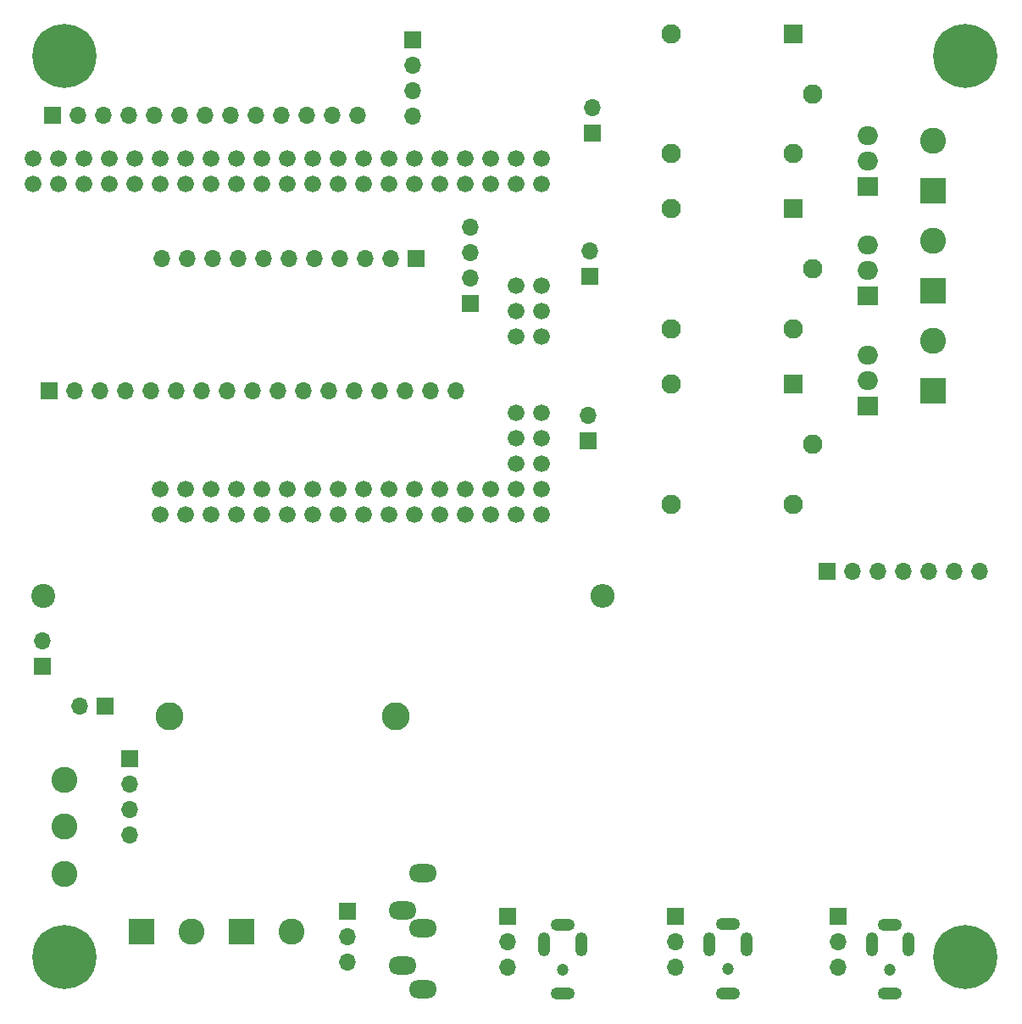
<source format=gbr>
%TF.GenerationSoftware,KiCad,Pcbnew,6.0.11-2627ca5db0~126~ubuntu22.04.1*%
%TF.CreationDate,2023-02-25T17:34:07+01:00*%
%TF.ProjectId,pyroDirector,7079726f-4469-4726-9563-746f722e6b69,rev?*%
%TF.SameCoordinates,Original*%
%TF.FileFunction,Soldermask,Bot*%
%TF.FilePolarity,Negative*%
%FSLAX46Y46*%
G04 Gerber Fmt 4.6, Leading zero omitted, Abs format (unit mm)*
G04 Created by KiCad (PCBNEW 6.0.11-2627ca5db0~126~ubuntu22.04.1) date 2023-02-25 17:34:07*
%MOMM*%
%LPD*%
G01*
G04 APERTURE LIST*
%ADD10C,2.400000*%
%ADD11O,2.400000X2.400000*%
%ADD12C,1.200000*%
%ADD13O,2.416000X1.208000*%
%ADD14O,1.208000X2.416000*%
%ADD15O,2.800000X1.800000*%
%ADD16R,2.600000X2.600000*%
%ADD17C,2.600000*%
%ADD18C,2.800000*%
%ADD19R,1.700000X1.700000*%
%ADD20O,1.700000X1.700000*%
%ADD21R,2.000000X1.905000*%
%ADD22O,2.000000X1.905000*%
%ADD23C,0.800000*%
%ADD24C,6.400000*%
%ADD25R,1.950000X1.950000*%
%ADD26C,1.950000*%
%ADD27C,1.676400*%
G04 APERTURE END LIST*
D10*
%TO.C,R6*%
X99585000Y-101500000D03*
D11*
X155465000Y-101500000D03*
%TD*%
D12*
%TO.C,J19*%
X184215300Y-138800000D03*
D13*
X184215300Y-141200000D03*
D14*
X186065300Y-136300000D03*
X182365300Y-136300000D03*
D13*
X184215300Y-134300000D03*
%TD*%
D12*
%TO.C,J17*%
X168004100Y-138773600D03*
D13*
X168004100Y-141173600D03*
D14*
X169854100Y-136273600D03*
X166154100Y-136273600D03*
D13*
X168004100Y-134273600D03*
%TD*%
D12*
%TO.C,J15*%
X151500000Y-138800000D03*
D13*
X151500000Y-141200000D03*
D14*
X153350000Y-136300000D03*
X149650000Y-136300000D03*
D13*
X151500000Y-134300000D03*
%TD*%
D15*
%TO.C,J2*%
X135500000Y-132900000D03*
X137500000Y-134700000D03*
X137500000Y-140800000D03*
X135500000Y-138400000D03*
X137500000Y-129200000D03*
%TD*%
D16*
%TO.C,J8*%
X119430000Y-135050000D03*
D17*
X124430000Y-135050000D03*
%TD*%
%TO.C,J9*%
X114430000Y-135050000D03*
D16*
X109430000Y-135050000D03*
%TD*%
%TO.C,J23*%
X188500000Y-81000000D03*
D17*
X188500000Y-76000000D03*
%TD*%
D16*
%TO.C,J21*%
X188500000Y-71000000D03*
D17*
X188500000Y-66000000D03*
%TD*%
D16*
%TO.C,J25*%
X188500000Y-61000000D03*
D17*
X188500000Y-56000000D03*
%TD*%
D18*
%TO.C,F1*%
X134800000Y-113500000D03*
X112200000Y-113500000D03*
%TD*%
D19*
%TO.C,J12*%
X100525000Y-53500000D03*
D20*
X103065000Y-53500000D03*
X105605000Y-53500000D03*
X108145000Y-53500000D03*
X110685000Y-53500000D03*
X113225000Y-53500000D03*
X115765000Y-53500000D03*
X118305000Y-53500000D03*
X120845000Y-53500000D03*
X123385000Y-53500000D03*
X125925000Y-53500000D03*
X128465000Y-53500000D03*
X131005000Y-53500000D03*
%TD*%
D19*
%TO.C,J14*%
X146000000Y-133475000D03*
D20*
X146000000Y-136015000D03*
X146000000Y-138555000D03*
%TD*%
D19*
%TO.C,J6*%
X99500000Y-108500000D03*
D20*
X99500000Y-105960000D03*
%TD*%
D19*
%TO.C,J3*%
X100175000Y-81000000D03*
D20*
X102715000Y-81000000D03*
X105255000Y-81000000D03*
X107795000Y-81000000D03*
X110335000Y-81000000D03*
X112875000Y-81000000D03*
X115415000Y-81000000D03*
X117955000Y-81000000D03*
X120495000Y-81000000D03*
X123035000Y-81000000D03*
X125575000Y-81000000D03*
X128115000Y-81000000D03*
X130655000Y-81000000D03*
X133195000Y-81000000D03*
X135735000Y-81000000D03*
X138275000Y-81000000D03*
X140815000Y-81000000D03*
%TD*%
D19*
%TO.C,J7*%
X142250000Y-72300000D03*
D20*
X142250000Y-69760000D03*
X142250000Y-67220000D03*
X142250000Y-64680000D03*
%TD*%
D21*
%TO.C,Q11*%
X181945000Y-82540000D03*
D22*
X181945000Y-80000000D03*
X181945000Y-77460000D03*
%TD*%
D23*
%TO.C,H3*%
X100052944Y-45852944D03*
X101750000Y-49950000D03*
X104150000Y-47550000D03*
D24*
X101750000Y-47550000D03*
D23*
X103447056Y-49247056D03*
X101750000Y-45150000D03*
X99350000Y-47550000D03*
X100052944Y-49247056D03*
X103447056Y-45852944D03*
%TD*%
D19*
%TO.C,J22*%
X154000000Y-86025000D03*
D20*
X154000000Y-83485000D03*
%TD*%
D21*
%TO.C,Q9*%
X181945000Y-71540000D03*
D22*
X181945000Y-69000000D03*
X181945000Y-66460000D03*
%TD*%
D23*
%TO.C,H4*%
X190052944Y-49247056D03*
X191750000Y-49950000D03*
X194150000Y-47550000D03*
X193447056Y-45852944D03*
X190052944Y-45852944D03*
X191750000Y-45150000D03*
D24*
X191750000Y-47550000D03*
D23*
X189350000Y-47550000D03*
X193447056Y-49247056D03*
%TD*%
D19*
%TO.C,J10*%
X177875000Y-99000000D03*
D20*
X180415000Y-99000000D03*
X182955000Y-99000000D03*
X185495000Y-99000000D03*
X188035000Y-99000000D03*
X190575000Y-99000000D03*
X193115000Y-99000000D03*
%TD*%
D19*
%TO.C,J16*%
X162788800Y-133475000D03*
D20*
X162788800Y-136015000D03*
X162788800Y-138555000D03*
%TD*%
D21*
%TO.C,Q13*%
X182000000Y-60580000D03*
D22*
X182000000Y-58040000D03*
X182000000Y-55500000D03*
%TD*%
D19*
%TO.C,J13*%
X136500000Y-45950000D03*
D20*
X136500000Y-48490000D03*
X136500000Y-51030000D03*
X136500000Y-53570000D03*
%TD*%
D19*
%TO.C,J4*%
X136875000Y-67818000D03*
D20*
X134335000Y-67818000D03*
X131795000Y-67818000D03*
X129255000Y-67818000D03*
X126715000Y-67818000D03*
X124175000Y-67818000D03*
X121635000Y-67818000D03*
X119095000Y-67818000D03*
X116555000Y-67818000D03*
X114015000Y-67818000D03*
X111475000Y-67818000D03*
%TD*%
D23*
%TO.C,H1*%
X190052944Y-135852944D03*
D24*
X191750000Y-137550000D03*
D23*
X194150000Y-137550000D03*
X191750000Y-135150000D03*
X189350000Y-137550000D03*
X191750000Y-139950000D03*
X190052944Y-139247056D03*
X193447056Y-135852944D03*
X193447056Y-139247056D03*
%TD*%
%TO.C,H2*%
X104150000Y-137550000D03*
X103447056Y-135852944D03*
X100052944Y-139247056D03*
X101750000Y-139950000D03*
X103447056Y-139247056D03*
D24*
X101750000Y-137550000D03*
D23*
X100052944Y-135852944D03*
X101750000Y-135150000D03*
X99350000Y-137550000D03*
%TD*%
D19*
%TO.C,J1*%
X130000000Y-133000000D03*
D20*
X130000000Y-135540000D03*
X130000000Y-138080000D03*
%TD*%
D19*
%TO.C,J20*%
X154250000Y-69525000D03*
D20*
X154250000Y-66985000D03*
%TD*%
D19*
%TO.C,JP2*%
X105775000Y-112500000D03*
D20*
X103235000Y-112500000D03*
%TD*%
D19*
%TO.C,J18*%
X179000000Y-133475000D03*
D20*
X179000000Y-136015000D03*
X179000000Y-138555000D03*
%TD*%
D19*
%TO.C,J24*%
X154500000Y-55275000D03*
D20*
X154500000Y-52735000D03*
%TD*%
D17*
%TO.C,SW1*%
X101750000Y-119850000D03*
X101750000Y-124550000D03*
X101750000Y-129250000D03*
%TD*%
D25*
%TO.C,K2*%
X174500000Y-80330000D03*
D26*
X174500000Y-92330000D03*
X176500000Y-86330000D03*
X162300000Y-80330000D03*
X162300000Y-92330000D03*
%TD*%
D27*
%TO.C,U1*%
X106170000Y-57770000D03*
X106170000Y-60310000D03*
X103630000Y-57770000D03*
X103630000Y-60310000D03*
X149350000Y-75550000D03*
X111250000Y-93330000D03*
X111250000Y-90790000D03*
X113790000Y-93330000D03*
X113790000Y-90790000D03*
X116330000Y-93330000D03*
X116330000Y-90790000D03*
X118870000Y-93330000D03*
X118870000Y-90790000D03*
X121410000Y-93330000D03*
X121410000Y-90790000D03*
X123950000Y-93330000D03*
X123950000Y-90790000D03*
X126490000Y-93330000D03*
X126490000Y-90790000D03*
X129030000Y-93330000D03*
X129030000Y-90790000D03*
X108710000Y-60310000D03*
X113790000Y-60310000D03*
X113790000Y-57770000D03*
X116330000Y-60310000D03*
X116330000Y-57770000D03*
X118870000Y-60310000D03*
X118870000Y-57770000D03*
X121410000Y-60310000D03*
X121410000Y-57770000D03*
X123950000Y-60310000D03*
X123950000Y-57770000D03*
X126490000Y-60310000D03*
X126490000Y-57770000D03*
X129030000Y-60310000D03*
X129030000Y-57770000D03*
X131570000Y-60310000D03*
X131570000Y-57770000D03*
X134110000Y-60310000D03*
X134110000Y-57770000D03*
X136650000Y-60310000D03*
X136650000Y-57770000D03*
X139190000Y-60310000D03*
X139190000Y-57770000D03*
X141730000Y-60310000D03*
X141730000Y-57770000D03*
X144270000Y-60310000D03*
X144270000Y-57770000D03*
X146810000Y-60310000D03*
X146810000Y-57770000D03*
X149350000Y-60310000D03*
X149350000Y-57770000D03*
X131570000Y-93330000D03*
X131570000Y-90790000D03*
X134110000Y-93330000D03*
X134110000Y-90790000D03*
X136650000Y-93330000D03*
X136650000Y-90790000D03*
X139190000Y-93330000D03*
X139190000Y-90790000D03*
X141730000Y-93330000D03*
X141730000Y-90790000D03*
X144270000Y-93330000D03*
X144270000Y-90790000D03*
X146810000Y-93330000D03*
X146810000Y-90790000D03*
X149350000Y-93330000D03*
X149350000Y-90790000D03*
X149350000Y-88250000D03*
X146810000Y-88250000D03*
X149350000Y-85710000D03*
X146810000Y-85710000D03*
X149350000Y-83170000D03*
X146810000Y-83170000D03*
X101090000Y-57770000D03*
X101090000Y-60310000D03*
X149350000Y-70470000D03*
X146810000Y-75550000D03*
X149350000Y-73010000D03*
X146810000Y-70470000D03*
X108710000Y-57770000D03*
X111250000Y-60310000D03*
X146810000Y-73010000D03*
X111250000Y-57770000D03*
X98550000Y-57770000D03*
X98550000Y-60310000D03*
%TD*%
D19*
%TO.C,J11*%
X108250000Y-117700000D03*
D20*
X108250000Y-120240000D03*
X108250000Y-122780000D03*
X108250000Y-125320000D03*
%TD*%
D25*
%TO.C,K3*%
X174500000Y-45320000D03*
D26*
X174500000Y-57320000D03*
X176500000Y-51320000D03*
X162300000Y-45320000D03*
X162300000Y-57320000D03*
%TD*%
D25*
%TO.C,K1*%
X174500000Y-62830000D03*
D26*
X174500000Y-74830000D03*
X176500000Y-68830000D03*
X162300000Y-62830000D03*
X162300000Y-74830000D03*
%TD*%
M02*

</source>
